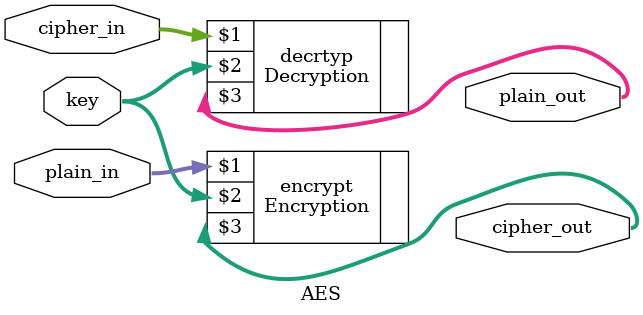
<source format=v>
`timescale 1ns / 1ps
module AES(
    input [127:0] plain_in,
    input [127:0] cipher_in,
    input [127:0] key,
    output [127:0] plain_out,
    output [127:0] cipher_out
    );

	Encryption encrypt(plain_in, key, cipher_out);
	Decryption decrtyp(cipher_in, key, plain_out);

endmodule

</source>
